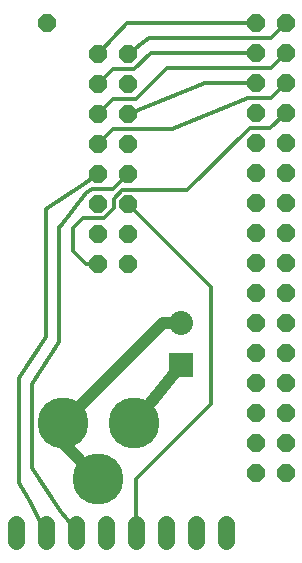
<source format=gbr>
G04 EAGLE Gerber X2 export*
%TF.Part,Single*%
%TF.FileFunction,Copper,L1,Top,Mixed*%
%TF.FilePolarity,Positive*%
%TF.GenerationSoftware,Autodesk,EAGLE,8.7.1*%
%TF.CreationDate,2018-04-06T15:57:59Z*%
G75*
%MOMM*%
%FSLAX34Y34*%
%LPD*%
%AMOC8*
5,1,8,0,0,1.08239X$1,22.5*%
G01*
%ADD10C,1.422400*%
%ADD11P,1.649562X8X292.500000*%
%ADD12C,4.318000*%
%ADD13R,2.032000X2.032000*%
%ADD14C,2.032000*%
%ADD15P,1.649562X8X22.500000*%
%ADD16C,0.304800*%
%ADD17C,1.016000*%


D10*
X21590Y18288D02*
X21590Y32512D01*
X46990Y32512D02*
X46990Y18288D01*
X72390Y18288D02*
X72390Y32512D01*
X97790Y32512D02*
X97790Y18288D01*
X123190Y18288D02*
X123190Y32512D01*
X148590Y32512D02*
X148590Y18288D01*
X173990Y18288D02*
X173990Y32512D01*
X199390Y32512D02*
X199390Y18288D01*
D11*
X91440Y430530D03*
X116840Y430530D03*
X91440Y405130D03*
X116840Y405130D03*
X91440Y379730D03*
X116840Y379730D03*
X91440Y354330D03*
X116840Y354330D03*
X91440Y328930D03*
X116840Y328930D03*
X91440Y303530D03*
X116840Y303530D03*
X91440Y278130D03*
X116840Y278130D03*
X91440Y252730D03*
X116840Y252730D03*
D12*
X121760Y118110D03*
X61760Y118110D03*
X91760Y71110D03*
D13*
X161290Y167640D03*
D14*
X161290Y202640D03*
D15*
X48260Y457200D03*
D11*
X224790Y457200D03*
X250190Y457200D03*
X224790Y431800D03*
X250190Y431800D03*
X224790Y406400D03*
X250190Y406400D03*
X224790Y381000D03*
X250190Y381000D03*
X224790Y355600D03*
X250190Y355600D03*
X224790Y330200D03*
X250190Y330200D03*
X224790Y304800D03*
X250190Y304800D03*
X224790Y279400D03*
X250190Y279400D03*
X224790Y254000D03*
X250190Y254000D03*
X224790Y228600D03*
X250190Y228600D03*
X224790Y203200D03*
X250190Y203200D03*
X224790Y177800D03*
X250190Y177800D03*
X224790Y152400D03*
X250190Y152400D03*
X224790Y127000D03*
X250190Y127000D03*
X224790Y101600D03*
X250190Y101600D03*
X224790Y76200D03*
X250190Y76200D03*
D16*
X116840Y430530D02*
X134620Y444500D01*
X237490Y444500D01*
X250190Y457200D01*
D17*
X61760Y101110D02*
X91760Y71110D01*
X61760Y101110D02*
X61760Y118110D01*
X146290Y202640D01*
X161290Y202640D01*
X140970Y142240D02*
X121760Y118110D01*
X140970Y142240D02*
X161290Y167640D01*
D16*
X91440Y430530D02*
X115570Y457200D01*
X224790Y457200D01*
X135890Y431800D02*
X121920Y417830D01*
X104140Y417830D01*
X91440Y405130D01*
X135890Y431800D02*
X224790Y431800D01*
X237490Y419100D02*
X149860Y419100D01*
X123190Y392430D01*
X104140Y392430D01*
X91440Y379730D01*
X237490Y419100D02*
X250190Y431800D01*
X181610Y406400D02*
X119380Y381000D01*
X116840Y379730D01*
X181610Y406400D02*
X224790Y406400D01*
X104140Y367030D02*
X91440Y354330D01*
X104140Y367030D02*
X153670Y367030D01*
X218440Y393700D01*
X237490Y393700D01*
X250190Y406400D01*
X112000Y315214D02*
X105156Y308370D01*
X219635Y368046D02*
X237236Y368046D01*
X166803Y315214D02*
X112000Y315214D01*
X166803Y315214D02*
X219635Y368046D01*
X91440Y252730D02*
X81280Y252730D01*
X69850Y264160D01*
X69850Y283210D01*
X78486Y291846D01*
X96280Y291846D01*
X105156Y300722D01*
X105156Y308370D01*
X237236Y368046D02*
X250190Y381000D01*
X31750Y54610D02*
X46990Y25400D01*
X31750Y54610D02*
X24130Y67310D01*
X24130Y156210D01*
X47244Y299309D02*
X79152Y320695D01*
X91440Y328930D01*
X47244Y190754D02*
X24130Y156210D01*
X47244Y190754D02*
X47244Y299309D01*
X64770Y36830D02*
X72390Y25400D01*
X64770Y36830D02*
X59690Y43180D01*
X35560Y80010D01*
X58772Y284665D02*
X81280Y313236D01*
X35560Y151130D02*
X35560Y80010D01*
X81280Y313236D02*
X86360Y316230D01*
X104140Y316230D01*
X116840Y328930D01*
X58420Y186690D02*
X35560Y151130D01*
X58420Y284313D02*
X58772Y284665D01*
X58420Y284313D02*
X58420Y186690D01*
X123190Y71120D02*
X123190Y25400D01*
X123190Y71120D02*
X186690Y134620D01*
X186690Y233680D01*
X116840Y303530D01*
M02*

</source>
